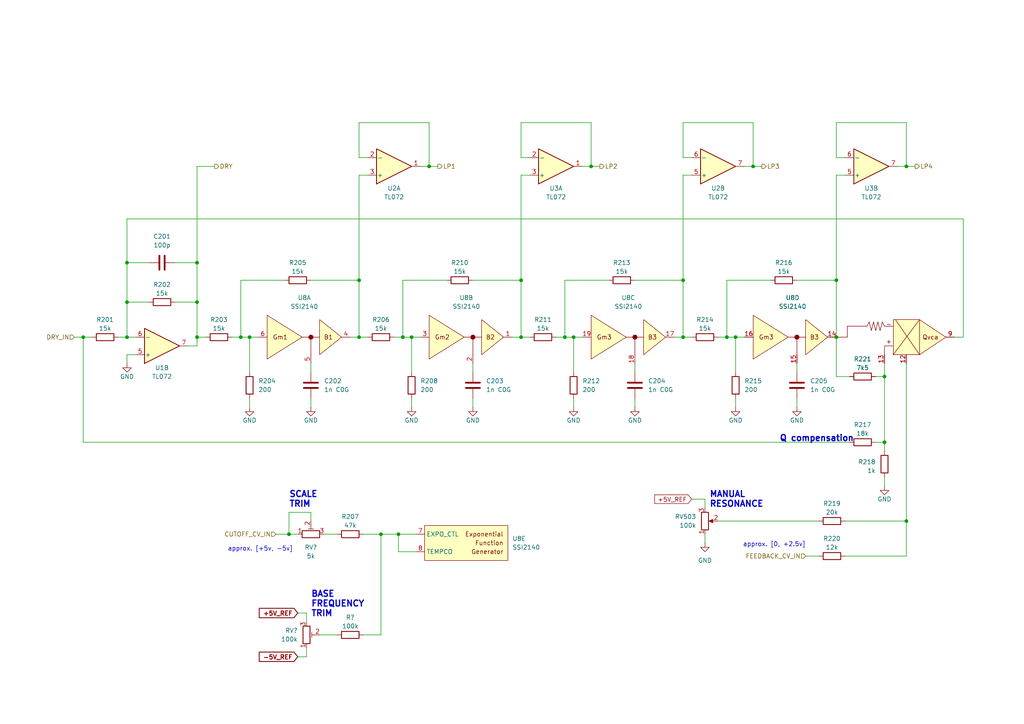
<source format=kicad_sch>
(kicad_sch (version 20230121) (generator eeschema)
  (paper "A4")
  (title_block (title "MICRO-OX VCF/VCA board") (date "2023-04-25") (rev "0.1") (comment 1 "creativecommons.org/licenses/by/4.0/") (comment 2 "License: CC by 4.0") (comment 3 "Author: Jordan Aceto"))
  (lib_symbols
    (symbol "Amplifier_Operational:TL072" (pin_names (offset 0.127))
      (property "Reference" "U" (at 0 5.08 0))
      (property "Value" "TL072" (at 0 -5.08 0))
      (symbol "TL072_1_1"
        (polyline (pts (xy -5.08 5.08) (xy 5.08 0) (xy -5.08 -5.08) (xy -5.08 5.08)) (stroke (width 0.254)) (fill (type background)))
        (pin output line (at 7.62 0 180) (length 2.54) (name "~") (number "1"))
        (pin input line (at -7.62 -2.54 0) (length 2.54) (name "-") (number "2"))
        (pin input line (at -7.62 2.54 0) (length 2.54) (name "+") (number "3"))
      )
      (symbol "TL072_2_1"
        (polyline (pts (xy -5.08 5.08) (xy 5.08 0) (xy -5.08 -5.08) (xy -5.08 5.08)) (stroke (width 0.254)) (fill (type background)))
        (pin input line (at -7.62 2.54 0) (length 2.54) (name "+") (number "5"))
        (pin input line (at -7.62 -2.54 0) (length 2.54) (name "-") (number "6"))
        (pin output line (at 7.62 0 180) (length 2.54) (name "~") (number "7"))
      )
      (symbol "TL072_3_1"
        (pin power_in line (at -2.54 -7.62 90) (length 3.81) (name "V-") (number "4"))
        (pin power_in line (at -2.54 7.62 270) (length 3.81) (name "V+") (number "8"))
      )
    )
    (symbol "Device:C" (pin_numbers hide) (pin_names (offset 0.254))
      (property "Reference" "C" (at 0.635 2.54 0))
      (property "Value" "C" (at 0.635 -2.54 0))
      (symbol "C_0_1"
        (polyline (pts (xy -2.032 -0.762) (xy 2.032 -0.762)) (stroke (width 0.508)))
        (polyline (pts (xy -2.032 0.762) (xy 2.032 0.762)) (stroke (width 0.508)))
      )
      (symbol "C_1_1"
        (pin passive line (at 0 3.81 270) (length 2.794) (name "~") (number "1"))
        (pin passive line (at 0 -3.81 90) (length 2.794) (name "~") (number "2"))
      )
    )
    (symbol "Device:R" (pin_numbers hide) (pin_names (offset 0))
      (property "Reference" "R" (at 2.032 0 90))
      (property "Value" "R" (at 0 0 90))
      (symbol "R_0_1"
        (rectangle (start -1.016 -2.54) (end 1.016 2.54) (stroke (width 0.254)))
      )
      (symbol "R_1_1"
        (pin passive line (at 0 3.81 270) (length 1.27) (name "~") (number "1"))
        (pin passive line (at 0 -3.81 90) (length 1.27) (name "~") (number "2"))
      )
    )
    (symbol "Device:R_Potentiometer" (pin_names (offset 1.016) hide)
      (property "Reference" "RV" (at -4.445 0 90))
      (property "Value" "R_Potentiometer" (at -2.54 0 90))
      (symbol "R_Potentiometer_0_1"
        (polyline (pts (xy 2.54 0) (xy 1.524 0)))
        (polyline (pts (xy 1.143 0) (xy 2.286 0.508) (xy 2.286 -0.508) (xy 1.143 0)) (fill (type outline)))
        (rectangle (start 1.016 2.54) (end -1.016 -2.54) (stroke (width 0.254)))
      )
      (symbol "R_Potentiometer_1_1"
        (pin passive line (at 0 3.81 270) (length 1.27) (name "1") (number "1"))
        (pin passive line (at 3.81 0 180) (length 1.27) (name "2") (number "2"))
        (pin passive line (at 0 -3.81 90) (length 1.27) (name "3") (number "3"))
      )
    )
    (symbol "Device:R_Potentiometer_Trim" (pin_names (offset 1.016) hide)
      (property "Reference" "RV" (at -4.445 0 90))
      (property "Value" "R_Potentiometer_Trim" (at -2.54 0 90))
      (symbol "R_Potentiometer_Trim_0_1"
        (polyline (pts (xy 1.524 0.762) (xy 1.524 -0.762)))
        (polyline (pts (xy 2.54 0) (xy 1.524 0)))
        (rectangle (start 1.016 2.54) (end -1.016 -2.54) (stroke (width 0.254)))
      )
      (symbol "R_Potentiometer_Trim_1_1"
        (pin passive line (at 0 3.81 270) (length 1.27) (name "1") (number "1"))
        (pin passive line (at 3.81 0 180) (length 1.27) (name "2") (number "2"))
        (pin passive line (at 0 -3.81 90) (length 1.27) (name "3") (number "3"))
      )
    )
    (symbol "custom_symbols:SSI2140"
      (property "Reference" "U?" (at -1.905 11.43 0))
      (property "Value" "SSI2140" (at -1.905 8.89 0))
      (symbol "SSI2140_1_0"
        (polyline (pts (xy 0 0) (xy -2.54 0)))
        (polyline (pts (xy 0 -5.08) (xy 0 0) (xy 2.54 0)))
        (polyline (pts (xy -2.54 0) (xy -12.7 6.35) (xy -12.7 -6.35) (xy -2.54 0)) (fill (type background)))
        (text "B1" (at 5.08 0 0) (effects (font (size 1.27 1.27))))
        (text "Gm1" (at -8.89 0 0) (effects (font (size 1.27 1.27))))
      )
      (symbol "SSI2140_1_1"
        (polyline (pts (xy 8.89 0) (xy 2.54 5.08) (xy 2.54 -5.08) (xy 8.89 0)) (fill (type background)))
        (circle (center 0 0) (radius 0.635) (fill (type outline)))
        (pin output line (at 11.43 0 180) (length 2.54) (name "") (number "4"))
        (pin input line (at 0 -7.62 90) (length 2.54) (name "") (number "5"))
        (pin input line (at -15.24 0 0) (length 2.54) (name "") (number "6"))
      )
      (symbol "SSI2140_2_0"
        (polyline (pts (xy 0 0) (xy -2.54 0)))
        (polyline (pts (xy 0 -5.08) (xy 0 0) (xy 2.54 0)))
        (polyline (pts (xy -2.54 0) (xy -12.7 6.35) (xy -12.7 -6.35) (xy -2.54 0)) (fill (type background)))
        (text "B2" (at 5.08 0 0) (effects (font (size 1.27 1.27))))
        (text "Gm2" (at -8.89 0 0) (effects (font (size 1.27 1.27))))
      )
      (symbol "SSI2140_2_1"
        (polyline (pts (xy 8.89 0) (xy 2.54 5.08) (xy 2.54 -5.08) (xy 8.89 0)) (fill (type background)))
        (circle (center 0 0) (radius 0.635) (fill (type outline)))
        (pin output line (at 11.43 0 180) (length 2.54) (name "") (number "1"))
        (pin input line (at 0 -7.62 90) (length 2.54) (name "") (number "2"))
        (pin input line (at -15.24 0 0) (length 2.54) (name "") (number "3"))
      )
      (symbol "SSI2140_3_0"
        (polyline (pts (xy 0 0) (xy -2.54 0)))
        (polyline (pts (xy 0 -5.08) (xy 0 0) (xy 2.54 0)))
        (polyline (pts (xy -2.54 0) (xy -12.7 6.35) (xy -12.7 -6.35) (xy -2.54 0)) (fill (type background)))
        (text "B3" (at 5.08 0 0) (effects (font (size 1.27 1.27))))
        (text "Gm3" (at -8.89 0 0) (effects (font (size 1.27 1.27))))
      )
      (symbol "SSI2140_3_1"
        (polyline (pts (xy 8.89 0) (xy 2.54 5.08) (xy 2.54 -5.08) (xy 8.89 0)) (fill (type background)))
        (circle (center 0 0) (radius 0.635) (fill (type outline)))
        (pin output line (at 11.43 0 180) (length 2.54) (name "") (number "17"))
        (pin input line (at 0 -7.62 90) (length 2.54) (name "") (number "18"))
        (pin input line (at -15.24 0 0) (length 2.54) (name "") (number "19"))
      )
      (symbol "SSI2140_4_0"
        (polyline (pts (xy 0 0) (xy -2.54 0)))
        (polyline (pts (xy 27.94 -5.08) (xy 35.56 5.08)))
        (polyline (pts (xy 35.56 -5.08) (xy 28.575 5.08)))
        (polyline (pts (xy 0 -5.08) (xy 0 0) (xy 2.54 0)))
        (polyline (pts (xy 11.43 0) (xy 11.43 0) (xy 8.89 0)))
        (polyline (pts (xy 20.32 3.175) (xy 14.605 3.175) (xy 14.605 0)))
        (polyline (pts (xy 25.4 -5.08) (xy 25.4 -2.54) (xy 27.94 -2.54)))
        (polyline (pts (xy -2.54 0) (xy -12.7 6.35) (xy -12.7 -6.35) (xy -2.54 0)) (fill (type background)))
        (polyline (pts (xy 35.56 5.08) (xy 27.94 5.08) (xy 27.94 -5.08) (xy 35.56 -5.08)) (fill (type background)))
        (polyline (pts (xy 43.18 0) (xy 35.56 5.08) (xy 35.56 -5.08) (xy 43.18 0)) (fill (type background)))
        (polyline (pts (xy 20.32 3.175) (xy 20.955 4.445) (xy 21.59 1.905) (xy 22.225 4.445) (xy 22.86 1.905) (xy 23.495 4.445) (xy 24.13 1.905) (xy 24.765 4.445) (xy 25.4 3.175) (xy 27.94 3.175)))
        (text "+" (at 26.67 -1.27 0) (effects (font (size 1.27 1.27))))
        (text "-" (at 26.67 3.81 0) (effects (font (size 1.27 1.27))))
        (text "B3" (at 5.08 0 0) (effects (font (size 1.27 1.27))))
        (text "Gm3" (at -8.89 0 0) (effects (font (size 1.27 1.27))))
        (text "Qvca" (at 38.735 0 0) (effects (font (size 1.27 1.27))))
      )
      (symbol "SSI2140_4_1"
        (polyline (pts (xy 11.43 0) (xy 14.605 0)))
        (polyline (pts (xy 8.89 0) (xy 2.54 5.08) (xy 2.54 -5.08) (xy 8.89 0)) (fill (type background)))
        (circle (center 0 0) (radius 0.635) (fill (type outline)))
        (pin input line (at 31.75 -7.62 90) (length 2.54) (name "") (number "12"))
        (pin input line (at 25.4 -7.62 90) (length 2.54) (name "") (number "13"))
        (pin output line (at 11.43 0 180) (length 2.54) (name "") (number "14"))
        (pin input line (at 0 -7.62 90) (length 2.54) (name "") (number "15"))
        (pin input line (at -15.24 0 0) (length 2.54) (name "") (number "16"))
        (pin output line (at 45.72 0 180) (length 2.54) (name "") (number "9"))
      )
      (symbol "SSI2140_5_0"
        (text "Exponential" (at -10.16 2.54 0) (effects (font (size 1.27 1.27)) (justify left)))
        (text "Function" (at -10.16 0 0) (effects (font (size 1.27 1.27)) (justify left)))
        (text "Generator" (at -10.16 -2.54 0) (effects (font (size 1.27 1.27)) (justify left)))
      )
      (symbol "SSI2140_5_1"
        (rectangle (start -11.43 5.08) (end 12.7 -5.08) (fill (type background)))
        (pin input line (at 15.24 2.54 180) (length 2.54) (name "EXPO_CTL") (number "7"))
        (pin input line (at 15.24 -2.54 180) (length 2.54) (name "TEMPCO") (number "8"))
      )
      (symbol "SSI2140_6_0"
        (rectangle (start -3.81 6.35) (end 3.81 -11.43) (fill (type background)))
      )
      (symbol "SSI2140_6_1"
        (pin power_in line (at 6.35 -2.54 180) (length 2.54) (name "GND") (number "10"))
        (pin power_in line (at 6.35 -8.89 180) (length 2.54) (name "V-") (number "11"))
        (pin power_in line (at 6.35 3.81 180) (length 2.54) (name "V+") (number "20"))
      )
    )
    (symbol "power:GND" (power) (pin_names (offset 0))
      (property "Value" "GND" (at 0 -3.81 0))
      (symbol "GND_0_1"
        (polyline (pts (xy 0 0) (xy 0 -1.27) (xy 1.27 -1.27) (xy 0 -2.54) (xy -1.27 -1.27) (xy 0 -1.27)))
      )
      (symbol "GND_1_1"
        (pin power_in line (at 0 0 270) (length 0) hide (name "GND") (number "1"))
      )
    )
  )
  (junction (at 198.12 97.79))
  (junction (at 57.15 97.79))
  (junction (at 116.84 97.79))
  (junction (at 24.13 97.79))
  (junction (at 262.89 48.26))
  (junction (at 256.54 109.22))
  (junction (at 210.82 97.79))
  (junction (at 119.38 97.79))
  (junction (at 69.85 97.79))
  (junction (at 242.57 97.79))
  (junction (at 110.49 154.94))
  (junction (at 198.12 81.28))
  (junction (at 115.57 154.94))
  (junction (at 83.82 154.94))
  (junction (at 72.39 97.79))
  (junction (at 36.83 97.79))
  (junction (at 57.15 87.63))
  (junction (at 262.89 151.13))
  (junction (at 256.54 128.27))
  (junction (at 124.46 48.26))
  (junction (at 163.83 97.79))
  (junction (at 151.13 81.28))
  (junction (at 171.45 48.26))
  (junction (at 104.14 81.28))
  (junction (at 104.14 97.79))
  (junction (at 36.83 87.63))
  (junction (at 218.44 48.26))
  (junction (at 166.37 97.79))
  (junction (at 151.13 97.79))
  (junction (at 57.15 76.2))
  (junction (at 213.36 97.79))
  (junction (at 242.57 81.28))
  (junction (at 36.83 76.2))
  (wire (pts (xy 204.47 144.78) (xy 204.47 147.32)))
  (wire (pts (xy 88.9 177.8) (xy 86.36 177.8)))
  (wire (pts (xy 262.89 151.13) (xy 262.89 161.29)))
  (wire (pts (xy 90.17 148.59) (xy 83.82 148.59)))
  (wire (pts (xy 124.46 48.26) (xy 124.46 35.56)))
  (wire (pts (xy 151.13 35.56) (xy 151.13 45.72)))
  (wire (pts (xy 120.65 160.02) (xy 115.57 160.02)))
  (wire (pts (xy 36.83 76.2) (xy 36.83 87.63)))
  (wire (pts (xy 198.12 97.79) (xy 200.66 97.79)))
  (wire (pts (xy 166.37 97.79) (xy 166.37 107.95)))
  (wire (pts (xy 105.41 154.94) (xy 110.49 154.94)))
  (wire (pts (xy 151.13 97.79) (xy 151.13 81.28)))
  (wire (pts (xy 24.13 128.27) (xy 246.38 128.27)))
  (wire (pts (xy 231.14 105.41) (xy 231.14 107.95)))
  (wire (pts (xy 151.13 97.79) (xy 153.67 97.79)))
  (wire (pts (xy 151.13 35.56) (xy 171.45 35.56)))
  (wire (pts (xy 256.54 105.41) (xy 256.54 109.22)))
  (wire (pts (xy 210.82 81.28) (xy 210.82 97.79)))
  (wire (pts (xy 104.14 97.79) (xy 106.68 97.79)))
  (wire (pts (xy 242.57 81.28) (xy 242.57 50.8)))
  (wire (pts (xy 210.82 97.79) (xy 213.36 97.79)))
  (wire (pts (xy 163.83 81.28) (xy 163.83 97.79)))
  (wire (pts (xy 114.3 97.79) (xy 116.84 97.79)))
  (wire (pts (xy 242.57 35.56) (xy 242.57 45.72)))
  (wire (pts (xy 110.49 154.94) (xy 115.57 154.94)))
  (wire (pts (xy 72.39 115.57) (xy 72.39 118.11)))
  (wire (pts (xy 184.15 115.57) (xy 184.15 118.11)))
  (wire (pts (xy 262.89 105.41) (xy 262.89 151.13)))
  (wire (pts (xy 171.45 48.26) (xy 173.99 48.26)))
  (wire (pts (xy 166.37 97.79) (xy 168.91 97.79)))
  (wire (pts (xy 213.36 115.57) (xy 213.36 118.11)))
  (wire (pts (xy 119.38 97.79) (xy 119.38 107.95)))
  (wire (pts (xy 121.92 48.26) (xy 124.46 48.26)))
  (wire (pts (xy 245.11 151.13) (xy 262.89 151.13)))
  (wire (pts (xy 208.28 97.79) (xy 210.82 97.79)))
  (wire (pts (xy 69.85 81.28) (xy 69.85 97.79)))
  (wire (pts (xy 208.28 151.13) (xy 237.49 151.13)))
  (wire (pts (xy 104.14 81.28) (xy 90.17 81.28)))
  (wire (pts (xy 218.44 48.26) (xy 218.44 35.56)))
  (wire (pts (xy 105.41 184.15) (xy 110.49 184.15)))
  (wire (pts (xy 198.12 81.28) (xy 198.12 50.8)))
  (wire (pts (xy 198.12 50.8) (xy 200.66 50.8)))
  (wire (pts (xy 88.9 190.5) (xy 86.36 190.5)))
  (wire (pts (xy 213.36 97.79) (xy 215.9 97.79)))
  (wire (pts (xy 124.46 48.26) (xy 127 48.26)))
  (wire (pts (xy 36.83 97.79) (xy 36.83 87.63)))
  (wire (pts (xy 262.89 48.26) (xy 262.89 35.56)))
  (wire (pts (xy 245.11 161.29) (xy 262.89 161.29)))
  (wire (pts (xy 80.01 154.94) (xy 83.82 154.94)))
  (wire (pts (xy 218.44 48.26) (xy 220.98 48.26)))
  (wire (pts (xy 246.38 109.22) (xy 242.57 109.22)))
  (wire (pts (xy 36.83 102.87) (xy 36.83 105.41)))
  (wire (pts (xy 90.17 115.57) (xy 90.17 118.11)))
  (wire (pts (xy 195.58 97.79) (xy 198.12 97.79)))
  (wire (pts (xy 151.13 50.8) (xy 153.67 50.8)))
  (wire (pts (xy 88.9 187.96) (xy 88.9 190.5)))
  (wire (pts (xy 115.57 160.02) (xy 115.57 154.94)))
  (wire (pts (xy 92.71 184.15) (xy 97.79 184.15)))
  (wire (pts (xy 163.83 81.28) (xy 176.53 81.28)))
  (wire (pts (xy 198.12 97.79) (xy 198.12 81.28)))
  (wire (pts (xy 200.66 144.78) (xy 204.47 144.78)))
  (wire (pts (xy 36.83 97.79) (xy 39.37 97.79)))
  (wire (pts (xy 90.17 151.13) (xy 90.17 148.59)))
  (wire (pts (xy 242.57 81.28) (xy 231.14 81.28)))
  (wire (pts (xy 50.8 76.2) (xy 57.15 76.2)))
  (wire (pts (xy 256.54 109.22) (xy 256.54 128.27)))
  (wire (pts (xy 67.31 97.79) (xy 69.85 97.79)))
  (wire (pts (xy 104.14 45.72) (xy 106.68 45.72)))
  (wire (pts (xy 256.54 128.27) (xy 256.54 130.81)))
  (wire (pts (xy 34.29 97.79) (xy 36.83 97.79)))
  (wire (pts (xy 54.61 100.33) (xy 57.15 100.33)))
  (wire (pts (xy 101.6 97.79) (xy 104.14 97.79)))
  (wire (pts (xy 276.86 97.79) (xy 279.4 97.79)))
  (wire (pts (xy 36.83 63.5) (xy 36.83 76.2)))
  (wire (pts (xy 204.47 157.48) (xy 204.47 154.94)))
  (wire (pts (xy 260.35 48.26) (xy 262.89 48.26)))
  (wire (pts (xy 36.83 102.87) (xy 39.37 102.87)))
  (wire (pts (xy 213.36 97.79) (xy 213.36 107.95)))
  (wire (pts (xy 24.13 97.79) (xy 24.13 128.27)))
  (wire (pts (xy 254 109.22) (xy 256.54 109.22)))
  (wire (pts (xy 104.14 81.28) (xy 104.14 50.8)))
  (wire (pts (xy 119.38 97.79) (xy 121.92 97.79)))
  (wire (pts (xy 104.14 35.56) (xy 104.14 45.72)))
  (wire (pts (xy 137.16 105.41) (xy 137.16 107.95)))
  (wire (pts (xy 90.17 105.41) (xy 90.17 107.95)))
  (wire (pts (xy 116.84 81.28) (xy 116.84 97.79)))
  (wire (pts (xy 262.89 48.26) (xy 265.43 48.26)))
  (wire (pts (xy 233.68 161.29) (xy 237.49 161.29)))
  (wire (pts (xy 83.82 148.59) (xy 83.82 154.94)))
  (wire (pts (xy 198.12 45.72) (xy 200.66 45.72)))
  (wire (pts (xy 198.12 81.28) (xy 184.15 81.28)))
  (wire (pts (xy 57.15 87.63) (xy 50.8 87.63)))
  (wire (pts (xy 36.83 87.63) (xy 43.18 87.63)))
  (wire (pts (xy 57.15 97.79) (xy 59.69 97.79)))
  (wire (pts (xy 198.12 35.56) (xy 198.12 45.72)))
  (wire (pts (xy 184.15 105.41) (xy 184.15 107.95)))
  (wire (pts (xy 242.57 50.8) (xy 245.11 50.8)))
  (wire (pts (xy 57.15 48.26) (xy 62.23 48.26)))
  (wire (pts (xy 119.38 115.57) (xy 119.38 118.11)))
  (wire (pts (xy 104.14 35.56) (xy 124.46 35.56)))
  (wire (pts (xy 148.59 97.79) (xy 151.13 97.79)))
  (wire (pts (xy 88.9 180.34) (xy 88.9 177.8)))
  (wire (pts (xy 242.57 81.28) (xy 242.57 97.79)))
  (wire (pts (xy 254 128.27) (xy 256.54 128.27)))
  (wire (pts (xy 116.84 97.79) (xy 119.38 97.79)))
  (wire (pts (xy 116.84 81.28) (xy 129.54 81.28)))
  (wire (pts (xy 72.39 97.79) (xy 72.39 107.95)))
  (wire (pts (xy 256.54 138.43) (xy 256.54 140.97)))
  (wire (pts (xy 69.85 97.79) (xy 72.39 97.79)))
  (wire (pts (xy 279.4 63.5) (xy 279.4 97.79)))
  (wire (pts (xy 151.13 45.72) (xy 153.67 45.72)))
  (wire (pts (xy 104.14 97.79) (xy 104.14 81.28)))
  (wire (pts (xy 242.57 35.56) (xy 262.89 35.56)))
  (wire (pts (xy 168.91 48.26) (xy 171.45 48.26)))
  (wire (pts (xy 110.49 154.94) (xy 110.49 184.15)))
  (wire (pts (xy 231.14 115.57) (xy 231.14 118.11)))
  (wire (pts (xy 242.57 45.72) (xy 245.11 45.72)))
  (wire (pts (xy 57.15 76.2) (xy 57.15 48.26)))
  (wire (pts (xy 69.85 81.28) (xy 82.55 81.28)))
  (wire (pts (xy 72.39 97.79) (xy 74.93 97.79)))
  (wire (pts (xy 215.9 48.26) (xy 218.44 48.26)))
  (wire (pts (xy 151.13 81.28) (xy 151.13 50.8)))
  (wire (pts (xy 151.13 81.28) (xy 137.16 81.28)))
  (wire (pts (xy 83.82 154.94) (xy 86.36 154.94)))
  (wire (pts (xy 163.83 97.79) (xy 166.37 97.79)))
  (wire (pts (xy 210.82 81.28) (xy 223.52 81.28)))
  (wire (pts (xy 166.37 115.57) (xy 166.37 118.11)))
  (wire (pts (xy 93.98 154.94) (xy 97.79 154.94)))
  (wire (pts (xy 57.15 97.79) (xy 57.15 87.63)))
  (wire (pts (xy 115.57 154.94) (xy 120.65 154.94)))
  (wire (pts (xy 36.83 63.5) (xy 279.4 63.5)))
  (wire (pts (xy 161.29 97.79) (xy 163.83 97.79)))
  (wire (pts (xy 36.83 76.2) (xy 43.18 76.2)))
  (wire (pts (xy 137.16 115.57) (xy 137.16 118.11)))
  (wire (pts (xy 198.12 35.56) (xy 218.44 35.56)))
  (wire (pts (xy 21.59 97.79) (xy 24.13 97.79)))
  (wire (pts (xy 242.57 109.22) (xy 242.57 97.79)))
  (wire (pts (xy 104.14 50.8) (xy 106.68 50.8)))
  (wire (pts (xy 24.13 97.79) (xy 26.67 97.79)))
  (wire (pts (xy 57.15 76.2) (xy 57.15 87.63)))
  (wire (pts (xy 57.15 100.33) (xy 57.15 97.79)))
  (wire (pts (xy 171.45 48.26) (xy 171.45 35.56)))
  (text "Q compensation" (at 226.06 128.27 0) (effects (font (size 1.75 1.75) (thickness 0.35) bold) (justify left bottom)))
  (text "MANUAL\nRESONANCE" (at 205.74 147.32 0) (effects (font (size 1.75 1.75) (thickness 0.35) bold) (justify left bottom)))
  (text "BASE\nFREQUENCY\nTRIM" (at 90.17 179.07 0) (effects (font (size 1.75 1.75) (thickness 0.35) bold) (justify left bottom)))
  (text "approx. [0, +2.5v]" (at 233.68 158.75 0) (effects (font (size 1.27 1.27)) (justify right bottom)))
  (text "SCALE\nTRIM" (at 83.82 147.32 0) (effects (font (size 1.75 1.75) (thickness 0.35) bold) (justify left bottom)))
  (text "approx. [+5v, -5v]" (at 66.04 160.02 0) (effects (font (size 1.27 1.27)) (justify left bottom)))
  (global_label "+5V_REF" (shape input) (at 86.36 177.8 180) (effects (font bold)) (property "Intersheetrefs" "${INTERSHEET_REFS}" (effects hide)))
  (global_label "+5V_REF" (shape input) (at 200.66 144.78 180) (property "Intersheetrefs" "${INTERSHEET_REFS}" (effects hide)))
  (global_label "-5V_REF" (shape input) (at 86.36 190.5 180) (effects (font bold)) (property "Intersheetrefs" "${INTERSHEET_REFS}" (effects hide)))
  (hierarchical_label "DRY" (shape output) (at 62.23 48.26 0))
  (hierarchical_label "LP4" (shape output) (at 265.43 48.26 0))
  (hierarchical_label "LP1" (shape output) (at 127 48.26 0))
  (hierarchical_label "FEEDBACK_CV_IN" (shape input) (at 233.68 161.29 180))
  (hierarchical_label "CUTOFF_CV_IN" (shape input) (at 80.01 154.94 180))
  (hierarchical_label "LP3" (shape output) (at 220.98 48.26 0))
  (hierarchical_label "LP2" (shape output) (at 173.99 48.26 0))
  (hierarchical_label "DRY_IN" (shape input) (at 21.59 97.79 180))
  (symbol (lib_id "Device:C") (at 184.15 111.76 0) (unit 1)
    (property "Reference" "C204" (at 187.96 110.49 0) (effects (justify left)))
    (property "Value" "1n C0G" (at 187.96 113.03 0) (effects (justify left)))
    (property "Footprint" "Capacitor_SMD:C_0805_2012Metric" (effects hide))
    (instances (project "VCF_VCA_board" (path "" (reference "C204") (unit 1))) (project "SSI2140_LPF_plug_in_board" (path "" (reference "C4") (unit 1))))
  )
  (symbol (lib_id "Device:R") (at 227.33 81.28 90) (unit 1)
    (property "Reference" "R216" (at 227.33 76.2 90))
    (property "Value" "15k" (at 227.33 78.74 90))
    (property "Footprint" "Resistor_SMD:R_0603_1608Metric" (effects hide))
    (instances (project "VCF_VCA_board" (path "" (reference "R216") (unit 1))) (project "SSI2140_LPF_plug_in_board" (path "" (reference "R14") (unit 1))))
  )
  (symbol (lib_id "power:GND") (at 119.38 118.11 0) (unit 1)
    (property "Reference" "#PWR0204" (effects hide))
    (property "Value" "GND" (at 119.38 121.92 0))
    (instances (project "VCF_VCA_board" (path "" (reference "#PWR0204") (unit 1))) (project "SSI2140_LPF_plug_in_board" (path "" (reference "#PWR010") (unit 1))))
  )
  (symbol (lib_id "Device:R_Potentiometer") (at 204.47 151.13 0) (mirror x) (unit 1)
    (property "Reference" "RV503" (at 201.93 149.86 0) (effects (justify right)))
    (property "Value" "100k" (at 201.93 152.4 0) (effects (justify right)))
    (property "Footprint" "Potentiometer_THT:Potentiometer_Alpha_RD901F-40-00D_Single_Vertical" (effects hide))
    (instances (project "main_VCO_board" (path "" (reference "RV503") (unit 1)) (path "" (reference "RV?") (unit 1)) (path "" (reference "RV?") (unit 1)) (path "" (reference "RV?") (unit 1)) (path "" (reference "RV?") (unit 1))) (project "VCF_VCA_board" (path "" (reference "RV?") (unit 1)) (path "" (reference "RV2") (unit 1))))
  )
  (symbol (lib_id "custom_symbols:SSI2140") (at 135.89 157.48 0) (mirror y) (unit 5)
    (property "Reference" "U8" (at 148.59 156.2099 0) (effects (justify right)))
    (property "Value" "SSI2140" (at 148.59 158.7499 0) (effects (justify right)))
    (property "Footprint" "Package_SO:TSSOP-20_4.4x6.5mm_P0.65mm" (effects hide))
    (instances (project "VCF_VCA_board" (path "" (reference "U8") (unit 5))) (project "SSI2140_LPF_plug_in_board" (path "" (reference "U1") (unit 5))))
  )
  (symbol (lib_id "Device:C") (at 90.17 111.76 0) (unit 1)
    (property "Reference" "C202" (at 93.98 110.49 0) (effects (justify left)))
    (property "Value" "1n C0G" (at 93.98 113.03 0) (effects (justify left)))
    (property "Footprint" "Capacitor_SMD:C_0805_2012Metric" (effects hide))
    (instances (project "VCF_VCA_board" (path "" (reference "C202") (unit 1))) (project "SSI2140_LPF_plug_in_board" (path "" (reference "C2") (unit 1))))
  )
  (symbol (lib_id "Device:R") (at 101.6 184.15 90) (unit 1)
    (property "Reference" "R?" (at 101.6 179.07 90))
    (property "Value" "100k" (at 101.6 181.61 90))
    (property "Footprint" "Resistor_SMD:R_0603_1608Metric" (effects hide))
    (instances (project "VCF_VCA_board" (path "" (reference "R?") (unit 1)) (path "" (reference "R209") (unit 1))) (project "stereo_whooshy_sound_main_board" (path "" (reference "R803") (unit 1)) (path "" (reference "R?") (unit 1)) (path "" (reference "R305") (unit 1)) (path "" (reference "R805") (unit 1))))
  )
  (symbol (lib_id "Device:R") (at 46.99 87.63 90) (unit 1)
    (property "Reference" "R202" (at 46.99 82.55 90))
    (property "Value" "15k" (at 46.99 85.09 90))
    (property "Footprint" "Resistor_SMD:R_0603_1608Metric" (effects hide))
    (instances (project "VCF_VCA_board" (path "" (reference "R202") (unit 1))) (project "SSI2140_LPF_plug_in_board" (path "" (reference "R2") (unit 1))))
  )
  (symbol (lib_id "Device:R") (at 119.38 111.76 0) (unit 1)
    (property "Reference" "R208" (at 121.92 110.49 0) (effects (justify left)))
    (property "Value" "200" (at 121.92 113.03 0) (effects (justify left)))
    (property "Footprint" "Resistor_SMD:R_0603_1608Metric" (effects hide))
    (instances (project "VCF_VCA_board" (path "" (reference "R208") (unit 1))) (project "SSI2140_LPF_plug_in_board" (path "" (reference "R7") (unit 1))))
  )
  (symbol (lib_id "power:GND") (at 166.37 118.11 0) (unit 1)
    (property "Reference" "#PWR0206" (effects hide))
    (property "Value" "GND" (at 166.37 121.92 0))
    (instances (project "VCF_VCA_board" (path "" (reference "#PWR0206") (unit 1))) (project "SSI2140_LPF_plug_in_board" (path "" (reference "#PWR012") (unit 1))))
  )
  (symbol (lib_id "Amplifier_Operational:TL072") (at 161.29 48.26 0) (mirror x) (unit 1)
    (property "Reference" "U3" (at 161.29 54.61 0))
    (property "Value" "TL072" (at 161.29 57.15 0))
    (property "Footprint" "Package_SO:SOIC-8_3.9x4.9mm_P1.27mm" (effects hide))
    (property "Datasheet" "http://www.ti.com/lit/ds/symlink/tl071.pdf" (effects hide))
    (instances (project "VCF_VCA_board" (path "" (reference "U3") (unit 1))) (project "SSI2140_LPF_plug_in_board" (path "" (reference "U2") (unit 2))))
  )
  (symbol (lib_id "custom_symbols:SSI2140") (at 90.17 97.79 0) (unit 1)
    (property "Reference" "U8" (at 88.265 86.36 0))
    (property "Value" "SSI2140" (at 88.265 88.9 0))
    (property "Footprint" "Package_SO:TSSOP-20_4.4x6.5mm_P0.65mm" (effects hide))
    (instances (project "VCF_VCA_board" (path "" (reference "U8") (unit 1))) (project "SSI2140_LPF_plug_in_board" (path "" (reference "U1") (unit 1))))
  )
  (symbol (lib_id "power:GND") (at 231.14 118.11 0) (unit 1)
    (property "Reference" "#PWR0209" (effects hide))
    (property "Value" "GND" (at 231.14 121.92 0))
    (instances (project "VCF_VCA_board" (path "" (reference "#PWR0209") (unit 1))) (project "SSI2140_LPF_plug_in_board" (path "" (reference "#PWR015") (unit 1))))
  )
  (symbol (lib_id "power:GND") (at 137.16 118.11 0) (unit 1)
    (property "Reference" "#PWR0205" (effects hide))
    (property "Value" "GND" (at 137.16 121.92 0))
    (instances (project "VCF_VCA_board" (path "" (reference "#PWR0205") (unit 1))) (project "SSI2140_LPF_plug_in_board" (path "" (reference "#PWR011") (unit 1))))
  )
  (symbol (lib_id "power:GND") (at 90.17 118.11 0) (unit 1)
    (property "Reference" "#PWR0203" (effects hide))
    (property "Value" "GND" (at 90.17 121.92 0))
    (instances (project "VCF_VCA_board" (path "" (reference "#PWR0203") (unit 1))) (project "SSI2140_LPF_plug_in_board" (path "" (reference "#PWR09") (unit 1))))
  )
  (symbol (lib_id "Amplifier_Operational:TL072") (at 46.99 100.33 0) (mirror x) (unit 2)
    (property "Reference" "U1" (at 46.99 106.68 0))
    (property "Value" "TL072" (at 46.99 109.22 0))
    (property "Footprint" "Package_SO:SOIC-8_3.9x4.9mm_P1.27mm" (effects hide))
    (property "Datasheet" "http://www.ti.com/lit/ds/symlink/tl071.pdf" (effects hide))
    (instances (project "VCF_VCA_board" (path "" (reference "U1") (unit 2))) (project "SSI2140_LPF_plug_in_board" (path "" (reference "U2") (unit 1))))
  )
  (symbol (lib_id "Device:R") (at 180.34 81.28 90) (unit 1)
    (property "Reference" "R213" (at 180.34 76.2 90))
    (property "Value" "15k" (at 180.34 78.74 90))
    (property "Footprint" "Resistor_SMD:R_0603_1608Metric" (effects hide))
    (instances (project "VCF_VCA_board" (path "" (reference "R213") (unit 1))) (project "SSI2140_LPF_plug_in_board" (path "" (reference "R11") (unit 1))))
  )
  (symbol (lib_id "Device:R") (at 250.19 128.27 90) (unit 1)
    (property "Reference" "R217" (at 250.19 123.19 90))
    (property "Value" "18k" (at 250.19 125.73 90))
    (property "Footprint" "Resistor_SMD:R_0603_1608Metric" (effects hide))
    (instances (project "VCF_VCA_board" (path "" (reference "R217") (unit 1))) (project "SSI2140_LPF_plug_in_board" (path "" (reference "R15") (unit 1))))
  )
  (symbol (lib_id "Device:R") (at 133.35 81.28 90) (unit 1)
    (property "Reference" "R210" (at 133.35 76.2 90))
    (property "Value" "15k" (at 133.35 78.74 90))
    (property "Footprint" "Resistor_SMD:R_0603_1608Metric" (effects hide))
    (instances (project "VCF_VCA_board" (path "" (reference "R210") (unit 1))) (project "SSI2140_LPF_plug_in_board" (path "" (reference "R8") (unit 1))))
  )
  (symbol (lib_id "Amplifier_Operational:TL072") (at 252.73 48.26 0) (mirror x) (unit 2)
    (property "Reference" "U3" (at 252.73 54.61 0))
    (property "Value" "TL072" (at 252.73 57.15 0))
    (property "Footprint" "Package_SO:SOIC-8_3.9x4.9mm_P1.27mm" (effects hide))
    (property "Datasheet" "http://www.ti.com/lit/ds/symlink/tl071.pdf" (effects hide))
    (instances (project "VCF_VCA_board" (path "" (reference "U3") (unit 2))) (project "SSI2140_LPF_plug_in_board" (path "" (reference "U2") (unit 2))))
  )
  (symbol (lib_id "Device:R") (at 72.39 111.76 0) (unit 1)
    (property "Reference" "R204" (at 74.93 110.49 0) (effects (justify left)))
    (property "Value" "200" (at 74.93 113.03 0) (effects (justify left)))
    (property "Footprint" "Resistor_SMD:R_0603_1608Metric" (effects hide))
    (instances (project "VCF_VCA_board" (path "" (reference "R204") (unit 1))) (project "SSI2140_LPF_plug_in_board" (path "" (reference "R4") (unit 1))))
  )
  (symbol (lib_id "Device:R") (at 101.6 154.94 90) (unit 1)
    (property "Reference" "R207" (at 101.6 149.86 90))
    (property "Value" "47k" (at 101.6 152.4 90))
    (property "Footprint" "Resistor_SMD:R_0603_1608Metric" (effects hide))
    (instances (project "VCF_VCA_board" (path "" (reference "R207") (unit 1))) (project "SSI2140_LPF_plug_in_board" (path "" (reference "R20") (unit 1))))
  )
  (symbol (lib_id "custom_symbols:SSI2140") (at 137.16 97.79 0) (unit 2)
    (property "Reference" "U8" (at 135.255 86.36 0))
    (property "Value" "SSI2140" (at 135.255 88.9 0))
    (property "Footprint" "Package_SO:TSSOP-20_4.4x6.5mm_P0.65mm" (effects hide))
    (instances (project "VCF_VCA_board" (path "" (reference "U8") (unit 2))) (project "SSI2140_LPF_plug_in_board" (path "" (reference "U1") (unit 2))))
  )
  (symbol (lib_id "custom_symbols:SSI2140") (at 231.14 97.79 0) (unit 4)
    (property "Reference" "U8" (at 229.87 86.36 0))
    (property "Value" "SSI2140" (at 229.87 88.9 0))
    (property "Footprint" "Package_SO:TSSOP-20_4.4x6.5mm_P0.65mm" (effects hide))
    (instances (project "VCF_VCA_board" (path "" (reference "U8") (unit 4))) (project "SSI2140_LPF_plug_in_board" (path "" (reference "U1") (unit 4))))
  )
  (symbol (lib_id "Amplifier_Operational:TL072") (at 114.3 48.26 0) (mirror x) (unit 1)
    (property "Reference" "U2" (at 114.3 54.61 0))
    (property "Value" "TL072" (at 114.3 57.15 0))
    (property "Footprint" "Package_SO:SOIC-8_3.9x4.9mm_P1.27mm" (effects hide))
    (property "Datasheet" "http://www.ti.com/lit/ds/symlink/tl071.pdf" (effects hide))
    (instances (project "VCF_VCA_board" (path "" (reference "U2") (unit 1))) (project "SSI2140_LPF_plug_in_board" (path "" (reference "U2") (unit 2))))
  )
  (symbol (lib_id "Device:R") (at 213.36 111.76 0) (unit 1)
    (property "Reference" "R215" (at 215.9 110.49 0) (effects (justify left)))
    (property "Value" "200" (at 215.9 113.03 0) (effects (justify left)))
    (property "Footprint" "Resistor_SMD:R_0603_1608Metric" (effects hide))
    (instances (project "VCF_VCA_board" (path "" (reference "R215") (unit 1))) (project "SSI2140_LPF_plug_in_board" (path "" (reference "R13") (unit 1))))
  )
  (symbol (lib_id "power:GND") (at 204.47 157.48 0) (unit 1)
    (property "Reference" "#PWR010" (effects hide))
    (property "Value" "GND" (at 204.47 162.56 0))
    (instances (project "VCF_VCA_board" (path "" (reference "#PWR010") (unit 1)) (path "" (reference "#PWR0210") (unit 1))))
  )
  (symbol (lib_id "power:GND") (at 184.15 118.11 0) (unit 1)
    (property "Reference" "#PWR0207" (effects hide))
    (property "Value" "GND" (at 184.15 121.92 0))
    (instances (project "VCF_VCA_board" (path "" (reference "#PWR0207") (unit 1))) (project "SSI2140_LPF_plug_in_board" (path "" (reference "#PWR013") (unit 1))))
  )
  (symbol (lib_id "Device:R") (at 204.47 97.79 90) (unit 1)
    (property "Reference" "R214" (at 204.47 92.71 90))
    (property "Value" "15k" (at 204.47 95.25 90))
    (property "Footprint" "Resistor_SMD:R_0603_1608Metric" (effects hide))
    (instances (project "VCF_VCA_board" (path "" (reference "R214") (unit 1))) (project "SSI2140_LPF_plug_in_board" (path "" (reference "R12") (unit 1))))
  )
  (symbol (lib_id "power:GND") (at 256.54 140.97 0) (unit 1)
    (property "Reference" "#PWR0211" (effects hide))
    (property "Value" "GND" (at 256.54 144.78 0))
    (instances (project "VCF_VCA_board" (path "" (reference "#PWR0211") (unit 1))) (project "SSI2140_LPF_plug_in_board" (path "" (reference "#PWR016") (unit 1))))
  )
  (symbol (lib_id "Device:C") (at 46.99 76.2 90) (unit 1)
    (property "Reference" "C201" (at 46.99 68.58 90))
    (property "Value" "100p" (at 46.99 71.12 90))
    (property "Footprint" "Capacitor_SMD:C_0603_1608Metric" (effects hide))
    (instances (project "VCF_VCA_board" (path "" (reference "C201") (unit 1))) (project "SSI2140_LPF_plug_in_board" (path "" (reference "C1") (unit 1))))
  )
  (symbol (lib_id "Device:R") (at 256.54 134.62 0) (unit 1)
    (property "Reference" "R218" (at 254 133.985 0) (effects (justify right)))
    (property "Value" "1k" (at 254 136.525 0) (effects (justify right)))
    (property "Footprint" "Resistor_SMD:R_0603_1608Metric" (effects hide))
    (instances (project "VCF_VCA_board" (path "" (reference "R218") (unit 1))) (project "SSI2140_LPF_plug_in_board" (path "" (reference "R16") (unit 1))))
  )
  (symbol (lib_id "Device:R") (at 241.3 161.29 270) (mirror x) (unit 1)
    (property "Reference" "R220" (at 241.3 156.21 90))
    (property "Value" "12k" (at 241.3 158.75 90))
    (property "Footprint" "Resistor_SMD:R_0603_1608Metric" (effects hide))
    (instances (project "VCF_VCA_board" (path "" (reference "R220") (unit 1))) (project "SSI2140_LPF_plug_in_board" (path "" (reference "R19") (unit 1))))
  )
  (symbol (lib_id "Device:R") (at 250.19 109.22 90) (unit 1)
    (property "Reference" "R221" (at 250.19 104.14 90))
    (property "Value" "7k5" (at 250.19 106.68 90))
    (property "Footprint" "Resistor_SMD:R_0603_1608Metric" (effects hide))
    (instances (project "VCF_VCA_board" (path "" (reference "R221") (unit 1))) (project "SSI2140_LPF_plug_in_board" (path "" (reference "R14") (unit 1))))
  )
  (symbol (lib_id "power:GND") (at 72.39 118.11 0) (unit 1)
    (property "Reference" "#PWR0202" (effects hide))
    (property "Value" "GND" (at 72.39 121.92 0))
    (instances (project "VCF_VCA_board" (path "" (reference "#PWR0202") (unit 1))) (project "SSI2140_LPF_plug_in_board" (path "" (reference "#PWR08") (unit 1))))
  )
  (symbol (lib_id "custom_symbols:SSI2140") (at 184.15 97.79 0) (unit 3)
    (property "Reference" "U8" (at 182.245 86.36 0))
    (property "Value" "SSI2140" (at 182.245 88.9 0))
    (property "Footprint" "Package_SO:TSSOP-20_4.4x6.5mm_P0.65mm" (effects hide))
    (instances (project "VCF_VCA_board" (path "" (reference "U8") (unit 3))) (project "SSI2140_LPF_plug_in_board" (path "" (reference "U1") (unit 3))))
  )
  (symbol (lib_id "Device:R") (at 63.5 97.79 90) (unit 1)
    (property "Reference" "R203" (at 63.5 92.71 90))
    (property "Value" "15k" (at 63.5 95.25 90))
    (property "Footprint" "Resistor_SMD:R_0603_1608Metric" (effects hide))
    (instances (project "VCF_VCA_board" (path "" (reference "R203") (unit 1))) (project "SSI2140_LPF_plug_in_board" (path "" (reference "R3") (unit 1))))
  )
  (symbol (lib_id "Device:R") (at 166.37 111.76 0) (unit 1)
    (property "Reference" "R212" (at 168.91 110.49 0) (effects (justify left)))
    (property "Value" "200" (at 168.91 113.03 0) (effects (justify left)))
    (property "Footprint" "Resistor_SMD:R_0603_1608Metric" (effects hide))
    (instances (project "VCF_VCA_board" (path "" (reference "R212") (unit 1))) (project "SSI2140_LPF_plug_in_board" (path "" (reference "R10") (unit 1))))
  )
  (symbol (lib_id "power:GND") (at 36.83 105.41 0) (unit 1)
    (property "Reference" "#PWR0201" (effects hide))
    (property "Value" "GND" (at 36.83 109.22 0))
    (instances (project "VCF_VCA_board" (path "" (reference "#PWR0201") (unit 1))) (project "SSI2140_LPF_plug_in_board" (path "" (reference "#PWR07") (unit 1))))
  )
  (symbol (lib_id "Amplifier_Operational:TL072") (at 208.28 48.26 0) (mirror x) (unit 2)
    (property "Reference" "U2" (at 208.28 54.61 0))
    (property "Value" "TL072" (at 208.28 57.15 0))
    (property "Footprint" "Package_SO:SOIC-8_3.9x4.9mm_P1.27mm" (effects hide))
    (property "Datasheet" "http://www.ti.com/lit/ds/symlink/tl071.pdf" (effects hide))
  )
  (symbol (lib_id "Device:R_Potentiometer_Trim") (at 90.17 154.94 90) (unit 1)
    (property "Reference" "RV?" (at 90.17 158.75 90))
    (property "Value" "5k" (at 90.17 161.29 90))
    (property "Footprint" "Potentiometer_THT:Potentiometer_Bourns_3296W_Vertical" (effects hide))
    (instances (project "VCF_VCA_board" (path "" (reference "RV?") (unit 1)) (path "" (reference "RV202") (unit 1))) (project "stereo_whooshy_sound_main_board" (path "" (reference "RV803") (unit 1)) (path "" (reference "RV?") (unit 1)) (path "" (reference "RV301") (unit 1)) (path "" (reference "RV801") (unit 1))))
  )
  (symbol (lib_id "Device:R") (at 241.3 151.13 270) (mirror x) (unit 1)
    (property "Reference" "R219" (at 241.3 146.05 90))
    (property "Value" "20k" (at 241.3 148.59 90))
    (property "Footprint" "Resistor_SMD:R_0603_1608Metric" (effects hide))
    (instances (project "VCF_VCA_board" (path "" (reference "R219") (unit 1))) (project "SSI2140_LPF_plug_in_board" (path "" (reference "R19") (unit 1))))
  )
  (symbol (lib_id "power:GND") (at 213.36 118.11 0) (unit 1)
    (property "Reference" "#PWR0208" (effects hide))
    (property "Value" "GND" (at 213.36 121.92 0))
    (instances (project "VCF_VCA_board" (path "" (reference "#PWR0208") (unit 1))) (project "SSI2140_LPF_plug_in_board" (path "" (reference "#PWR014") (unit 1))))
  )
  (symbol (lib_id "Device:R") (at 157.48 97.79 90) (unit 1)
    (property "Reference" "R211" (at 157.48 92.71 90))
    (property "Value" "15k" (at 157.48 95.25 90))
    (property "Footprint" "Resistor_SMD:R_0603_1608Metric" (effects hide))
    (instances (project "VCF_VCA_board" (path "" (reference "R211") (unit 1))) (project "SSI2140_LPF_plug_in_board" (path "" (reference "R9") (unit 1))))
  )
  (symbol (lib_id "Device:R") (at 86.36 81.28 90) (unit 1)
    (property "Reference" "R205" (at 86.36 76.2 90))
    (property "Value" "15k" (at 86.36 78.74 90))
    (property "Footprint" "Resistor_SMD:R_0603_1608Metric" (effects hide))
    (instances (project "VCF_VCA_board" (path "" (reference "R205") (unit 1))) (project "SSI2140_LPF_plug_in_board" (path "" (reference "R5") (unit 1))))
  )
  (symbol (lib_id "Device:R") (at 110.49 97.79 90) (unit 1)
    (property "Reference" "R206" (at 110.49 92.71 90))
    (property "Value" "15k" (at 110.49 95.25 90))
    (property "Footprint" "Resistor_SMD:R_0603_1608Metric" (effects hide))
    (instances (project "VCF_VCA_board" (path "" (reference "R206") (unit 1))) (project "SSI2140_LPF_plug_in_board" (path "" (reference "R6") (unit 1))))
  )
  (symbol (lib_id "Device:C") (at 231.14 111.76 0) (unit 1)
    (property "Reference" "C205" (at 234.95 110.49 0) (effects (justify left)))
    (property "Value" "1n C0G" (at 234.95 113.03 0) (effects (justify left)))
    (property "Footprint" "Capacitor_SMD:C_0805_2012Metric" (effects hide))
    (instances (project "VCF_VCA_board" (path "" (reference "C205") (unit 1))) (project "SSI2140_LPF_plug_in_board" (path "" (reference "C5") (unit 1))))
  )
  (symbol (lib_id "Device:C") (at 137.16 111.76 0) (unit 1)
    (property "Reference" "C203" (at 140.97 110.49 0) (effects (justify left)))
    (property "Value" "1n C0G" (at 140.97 113.03 0) (effects (justify left)))
    (property "Footprint" "Capacitor_SMD:C_0805_2012Metric" (effects hide))
    (instances (project "VCF_VCA_board" (path "" (reference "C203") (unit 1))) (project "SSI2140_LPF_plug_in_board" (path "" (reference "C3") (unit 1))))
  )
  (symbol (lib_id "Device:R") (at 30.48 97.79 90) (unit 1)
    (property "Reference" "R201" (at 30.48 92.71 90))
    (property "Value" "15k" (at 30.48 95.25 90))
    (property "Footprint" "Resistor_SMD:R_0603_1608Metric" (effects hide))
    (instances (project "VCF_VCA_board" (path "" (reference "R201") (unit 1))) (project "SSI2140_LPF_plug_in_board" (path "" (reference "R1") (unit 1))))
  )
  (symbol (lib_id "Device:R_Potentiometer_Trim") (at 88.9 184.15 0) (mirror x) (unit 1)
    (property "Reference" "RV?" (at 86.36 182.88 0) (effects (justify right)))
    (property "Value" "100k" (at 86.36 185.42 0) (effects (justify right)))
    (property "Footprint" "Potentiometer_THT:Potentiometer_Bourns_3296W_Vertical" (effects hide))
    (instances (project "VCF_VCA_board" (path "" (reference "RV?") (unit 1)) (path "" (reference "RV201") (unit 1))) (project "stereo_whooshy_sound_main_board" (path "" (reference "RV803") (unit 1)) (path "" (reference "RV?") (unit 1)) (path "" (reference "RV302") (unit 1)) (path "" (reference "RV802") (unit 1))))
  )
)
</source>
